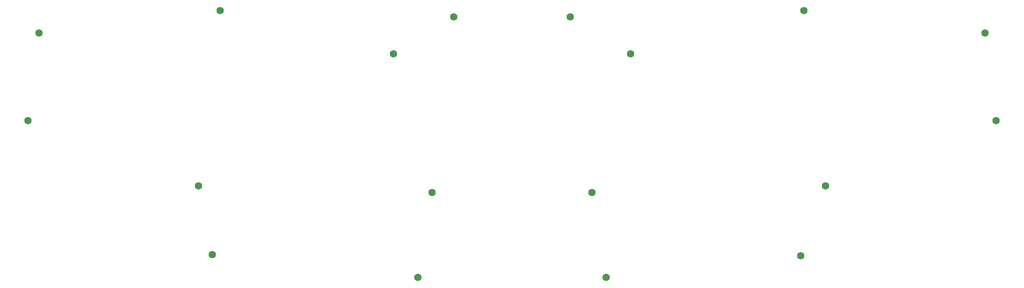
<source format=gts>
G04 #@! TF.GenerationSoftware,KiCad,Pcbnew,7.0.10-7.0.10~ubuntu23.04.1*
G04 #@! TF.CreationDate,2024-02-06T18:33:21+00:00*
G04 #@! TF.ProjectId,plate_asym,706c6174-655f-4617-9379-6d2e6b696361,v0.1*
G04 #@! TF.SameCoordinates,Original*
G04 #@! TF.FileFunction,Soldermask,Top*
G04 #@! TF.FilePolarity,Negative*
%FSLAX46Y46*%
G04 Gerber Fmt 4.6, Leading zero omitted, Abs format (unit mm)*
G04 Created by KiCad (PCBNEW 7.0.10-7.0.10~ubuntu23.04.1) date 2024-02-06 18:33:21*
%MOMM*%
%LPD*%
G01*
G04 APERTURE LIST*
%ADD10C,1.600000*%
G04 APERTURE END LIST*
D10*
X159168967Y-80607062D03*
X126418141Y-136750673D03*
X208674973Y-132111164D03*
X248353527Y-84051437D03*
X166860803Y-136750673D03*
X129466755Y-118423073D03*
X42603801Y-102959440D03*
X163812189Y-118423073D03*
X83902227Y-79240652D03*
X134109977Y-80607062D03*
X79252841Y-117055846D03*
X209376717Y-79240652D03*
X172147274Y-88610059D03*
X214026101Y-117055844D03*
X82238631Y-131817253D03*
X121131670Y-88610059D03*
X250675143Y-102959440D03*
X44925417Y-84051437D03*
M02*

</source>
